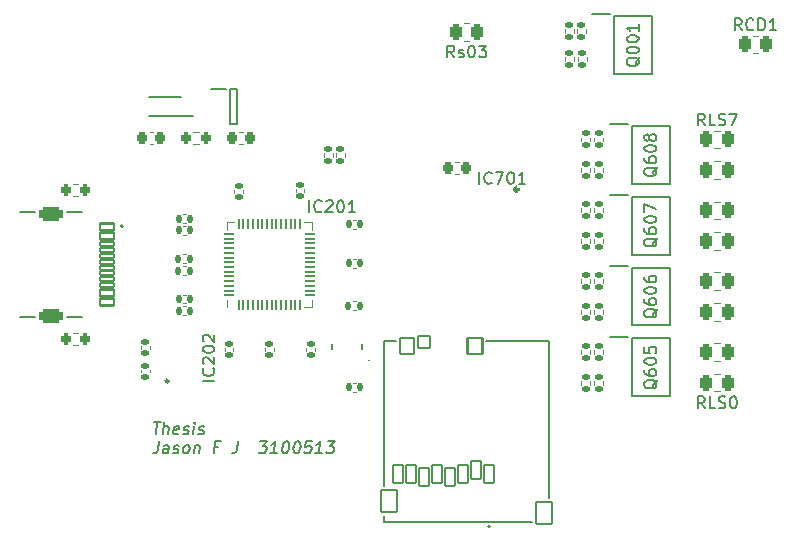
<source format=gto>
%TF.GenerationSoftware,KiCad,Pcbnew,7.0.10*%
%TF.CreationDate,2024-06-27T09:55:28+02:00*%
%TF.ProjectId,SolarCurveTracer,536f6c61-7243-4757-9276-655472616365,v1.1*%
%TF.SameCoordinates,Original*%
%TF.FileFunction,Legend,Top*%
%TF.FilePolarity,Positive*%
%FSLAX46Y46*%
G04 Gerber Fmt 4.6, Leading zero omitted, Abs format (unit mm)*
G04 Created by KiCad (PCBNEW 7.0.10) date 2024-06-27 09:55:28*
%MOMM*%
%LPD*%
G01*
G04 APERTURE LIST*
G04 Aperture macros list*
%AMRoundRect*
0 Rectangle with rounded corners*
0 $1 Rounding radius*
0 $2 $3 $4 $5 $6 $7 $8 $9 X,Y pos of 4 corners*
0 Add a 4 corners polygon primitive as box body*
4,1,4,$2,$3,$4,$5,$6,$7,$8,$9,$2,$3,0*
0 Add four circle primitives for the rounded corners*
1,1,$1+$1,$2,$3*
1,1,$1+$1,$4,$5*
1,1,$1+$1,$6,$7*
1,1,$1+$1,$8,$9*
0 Add four rect primitives between the rounded corners*
20,1,$1+$1,$2,$3,$4,$5,0*
20,1,$1+$1,$4,$5,$6,$7,0*
20,1,$1+$1,$6,$7,$8,$9,0*
20,1,$1+$1,$8,$9,$2,$3,0*%
G04 Aperture macros list end*
%ADD10C,0.150000*%
%ADD11C,0.120000*%
%ADD12C,0.200000*%
%ADD13C,0.250000*%
%ADD14C,0.325000*%
%ADD15C,0.100000*%
%ADD16RoundRect,0.140000X-0.140000X-0.170000X0.140000X-0.170000X0.140000X0.170000X-0.140000X0.170000X0*%
%ADD17RoundRect,0.135000X0.185000X-0.135000X0.185000X0.135000X-0.185000X0.135000X-0.185000X-0.135000X0*%
%ADD18RoundRect,0.250000X-0.262500X-0.450000X0.262500X-0.450000X0.262500X0.450000X-0.262500X0.450000X0*%
%ADD19RoundRect,0.225000X0.225000X0.250000X-0.225000X0.250000X-0.225000X-0.250000X0.225000X-0.250000X0*%
%ADD20RoundRect,0.102000X-0.700000X-0.950000X0.700000X-0.950000X0.700000X0.950000X-0.700000X0.950000X0*%
%ADD21RoundRect,0.102000X-0.600000X-0.700000X0.600000X-0.700000X0.600000X0.700000X-0.600000X0.700000X0*%
%ADD22RoundRect,0.102000X-0.650000X-0.700000X0.650000X-0.700000X0.650000X0.700000X-0.650000X0.700000X0*%
%ADD23RoundRect,0.102000X-0.400000X-0.750000X0.400000X-0.750000X0.400000X0.750000X-0.400000X0.750000X0*%
%ADD24RoundRect,0.102000X-0.500000X-0.520000X0.500000X-0.520000X0.500000X0.520000X-0.500000X0.520000X0*%
%ADD25R,1.050000X0.750000*%
%ADD26R,0.300000X0.900000*%
%ADD27R,1.650000X0.250000*%
%ADD28R,1.525000X0.700000*%
%ADD29C,6.400000*%
%ADD30RoundRect,0.140000X0.170000X-0.140000X0.170000X0.140000X-0.170000X0.140000X-0.170000X-0.140000X0*%
%ADD31RoundRect,0.135000X-0.185000X0.135000X-0.185000X-0.135000X0.185000X-0.135000X0.185000X0.135000X0*%
%ADD32RoundRect,0.140000X-0.170000X0.140000X-0.170000X-0.140000X0.170000X-0.140000X0.170000X0.140000X0*%
%ADD33R,1.200000X0.600000*%
%ADD34RoundRect,0.135000X0.135000X0.185000X-0.135000X0.185000X-0.135000X-0.185000X0.135000X-0.185000X0*%
%ADD35C,0.650000*%
%ADD36RoundRect,0.102000X-0.575000X0.300000X-0.575000X-0.300000X0.575000X-0.300000X0.575000X0.300000X0*%
%ADD37RoundRect,0.102000X-0.575000X0.150000X-0.575000X-0.150000X0.575000X-0.150000X0.575000X0.150000X0*%
%ADD38O,2.304000X1.204000*%
%ADD39RoundRect,0.301000X-0.701000X0.301000X-0.701000X-0.301000X0.701000X-0.301000X0.701000X0.301000X0*%
%ADD40RoundRect,0.140000X0.140000X0.170000X-0.140000X0.170000X-0.140000X-0.170000X0.140000X-0.170000X0*%
%ADD41RoundRect,0.200000X-0.200000X-0.275000X0.200000X-0.275000X0.200000X0.275000X-0.200000X0.275000X0*%
%ADD42R,0.350000X1.050000*%
%ADD43R,1.050000X0.350000*%
%ADD44R,4.200000X4.200000*%
%ADD45R,1.050000X1.300000*%
%ADD46RoundRect,0.050000X0.050000X-0.387500X0.050000X0.387500X-0.050000X0.387500X-0.050000X-0.387500X0*%
%ADD47RoundRect,0.050000X0.387500X-0.050000X0.387500X0.050000X-0.387500X0.050000X-0.387500X-0.050000X0*%
%ADD48R,3.200000X3.200000*%
%ADD49RoundRect,0.135000X-0.135000X-0.185000X0.135000X-0.185000X0.135000X0.185000X-0.135000X0.185000X0*%
%ADD50RoundRect,0.200000X0.200000X0.275000X-0.200000X0.275000X-0.200000X-0.275000X0.200000X-0.275000X0*%
%ADD51R,1.700000X1.700000*%
%ADD52O,1.700000X1.700000*%
%ADD53C,1.803400*%
%ADD54R,1.600000X1.600000*%
%ADD55C,1.600000*%
G04 APERTURE END LIST*
D10*
X120712969Y-115859819D02*
X121284398Y-115859819D01*
X120873684Y-116859819D02*
X120998684Y-115859819D01*
X121492731Y-116859819D02*
X121617731Y-115859819D01*
X121921303Y-116859819D02*
X121986779Y-116336009D01*
X121986779Y-116336009D02*
X121951065Y-116240771D01*
X121951065Y-116240771D02*
X121861779Y-116193152D01*
X121861779Y-116193152D02*
X121718922Y-116193152D01*
X121718922Y-116193152D02*
X121617731Y-116240771D01*
X121617731Y-116240771D02*
X121564160Y-116288390D01*
X122784398Y-116812200D02*
X122683208Y-116859819D01*
X122683208Y-116859819D02*
X122492731Y-116859819D01*
X122492731Y-116859819D02*
X122403446Y-116812200D01*
X122403446Y-116812200D02*
X122367731Y-116716961D01*
X122367731Y-116716961D02*
X122415351Y-116336009D01*
X122415351Y-116336009D02*
X122474874Y-116240771D01*
X122474874Y-116240771D02*
X122576065Y-116193152D01*
X122576065Y-116193152D02*
X122766541Y-116193152D01*
X122766541Y-116193152D02*
X122855827Y-116240771D01*
X122855827Y-116240771D02*
X122891541Y-116336009D01*
X122891541Y-116336009D02*
X122879636Y-116431247D01*
X122879636Y-116431247D02*
X122391541Y-116526485D01*
X123212970Y-116812200D02*
X123302255Y-116859819D01*
X123302255Y-116859819D02*
X123492732Y-116859819D01*
X123492732Y-116859819D02*
X123593922Y-116812200D01*
X123593922Y-116812200D02*
X123653446Y-116716961D01*
X123653446Y-116716961D02*
X123659398Y-116669342D01*
X123659398Y-116669342D02*
X123623684Y-116574104D01*
X123623684Y-116574104D02*
X123534398Y-116526485D01*
X123534398Y-116526485D02*
X123391541Y-116526485D01*
X123391541Y-116526485D02*
X123302255Y-116478866D01*
X123302255Y-116478866D02*
X123266541Y-116383628D01*
X123266541Y-116383628D02*
X123272494Y-116336009D01*
X123272494Y-116336009D02*
X123332017Y-116240771D01*
X123332017Y-116240771D02*
X123433208Y-116193152D01*
X123433208Y-116193152D02*
X123576065Y-116193152D01*
X123576065Y-116193152D02*
X123665351Y-116240771D01*
X124064160Y-116859819D02*
X124147494Y-116193152D01*
X124189160Y-115859819D02*
X124135589Y-115907438D01*
X124135589Y-115907438D02*
X124177256Y-115955057D01*
X124177256Y-115955057D02*
X124230827Y-115907438D01*
X124230827Y-115907438D02*
X124189160Y-115859819D01*
X124189160Y-115859819D02*
X124177256Y-115955057D01*
X124498684Y-116812200D02*
X124587969Y-116859819D01*
X124587969Y-116859819D02*
X124778446Y-116859819D01*
X124778446Y-116859819D02*
X124879636Y-116812200D01*
X124879636Y-116812200D02*
X124939160Y-116716961D01*
X124939160Y-116716961D02*
X124945112Y-116669342D01*
X124945112Y-116669342D02*
X124909398Y-116574104D01*
X124909398Y-116574104D02*
X124820112Y-116526485D01*
X124820112Y-116526485D02*
X124677255Y-116526485D01*
X124677255Y-116526485D02*
X124587969Y-116478866D01*
X124587969Y-116478866D02*
X124552255Y-116383628D01*
X124552255Y-116383628D02*
X124558208Y-116336009D01*
X124558208Y-116336009D02*
X124617731Y-116240771D01*
X124617731Y-116240771D02*
X124718922Y-116193152D01*
X124718922Y-116193152D02*
X124861779Y-116193152D01*
X124861779Y-116193152D02*
X124951065Y-116240771D01*
X121141541Y-117469819D02*
X121052255Y-118184104D01*
X121052255Y-118184104D02*
X120986779Y-118326961D01*
X120986779Y-118326961D02*
X120879636Y-118422200D01*
X120879636Y-118422200D02*
X120730826Y-118469819D01*
X120730826Y-118469819D02*
X120635588Y-118469819D01*
X121921303Y-118469819D02*
X121986779Y-117946009D01*
X121986779Y-117946009D02*
X121951065Y-117850771D01*
X121951065Y-117850771D02*
X121861779Y-117803152D01*
X121861779Y-117803152D02*
X121671303Y-117803152D01*
X121671303Y-117803152D02*
X121570112Y-117850771D01*
X121927255Y-118422200D02*
X121826065Y-118469819D01*
X121826065Y-118469819D02*
X121587969Y-118469819D01*
X121587969Y-118469819D02*
X121498684Y-118422200D01*
X121498684Y-118422200D02*
X121462969Y-118326961D01*
X121462969Y-118326961D02*
X121474874Y-118231723D01*
X121474874Y-118231723D02*
X121534398Y-118136485D01*
X121534398Y-118136485D02*
X121635589Y-118088866D01*
X121635589Y-118088866D02*
X121873684Y-118088866D01*
X121873684Y-118088866D02*
X121974874Y-118041247D01*
X122355827Y-118422200D02*
X122445112Y-118469819D01*
X122445112Y-118469819D02*
X122635589Y-118469819D01*
X122635589Y-118469819D02*
X122736779Y-118422200D01*
X122736779Y-118422200D02*
X122796303Y-118326961D01*
X122796303Y-118326961D02*
X122802255Y-118279342D01*
X122802255Y-118279342D02*
X122766541Y-118184104D01*
X122766541Y-118184104D02*
X122677255Y-118136485D01*
X122677255Y-118136485D02*
X122534398Y-118136485D01*
X122534398Y-118136485D02*
X122445112Y-118088866D01*
X122445112Y-118088866D02*
X122409398Y-117993628D01*
X122409398Y-117993628D02*
X122415351Y-117946009D01*
X122415351Y-117946009D02*
X122474874Y-117850771D01*
X122474874Y-117850771D02*
X122576065Y-117803152D01*
X122576065Y-117803152D02*
X122718922Y-117803152D01*
X122718922Y-117803152D02*
X122808208Y-117850771D01*
X123349875Y-118469819D02*
X123260589Y-118422200D01*
X123260589Y-118422200D02*
X123218922Y-118374580D01*
X123218922Y-118374580D02*
X123183208Y-118279342D01*
X123183208Y-118279342D02*
X123218922Y-117993628D01*
X123218922Y-117993628D02*
X123278446Y-117898390D01*
X123278446Y-117898390D02*
X123332017Y-117850771D01*
X123332017Y-117850771D02*
X123433208Y-117803152D01*
X123433208Y-117803152D02*
X123576065Y-117803152D01*
X123576065Y-117803152D02*
X123665351Y-117850771D01*
X123665351Y-117850771D02*
X123707017Y-117898390D01*
X123707017Y-117898390D02*
X123742732Y-117993628D01*
X123742732Y-117993628D02*
X123707017Y-118279342D01*
X123707017Y-118279342D02*
X123647494Y-118374580D01*
X123647494Y-118374580D02*
X123593922Y-118422200D01*
X123593922Y-118422200D02*
X123492732Y-118469819D01*
X123492732Y-118469819D02*
X123349875Y-118469819D01*
X124195113Y-117803152D02*
X124111779Y-118469819D01*
X124183208Y-117898390D02*
X124236779Y-117850771D01*
X124236779Y-117850771D02*
X124337970Y-117803152D01*
X124337970Y-117803152D02*
X124480827Y-117803152D01*
X124480827Y-117803152D02*
X124570113Y-117850771D01*
X124570113Y-117850771D02*
X124605827Y-117946009D01*
X124605827Y-117946009D02*
X124540351Y-118469819D01*
X126177256Y-117946009D02*
X125843923Y-117946009D01*
X125778446Y-118469819D02*
X125903446Y-117469819D01*
X125903446Y-117469819D02*
X126379637Y-117469819D01*
X127808209Y-117469819D02*
X127718923Y-118184104D01*
X127718923Y-118184104D02*
X127653447Y-118326961D01*
X127653447Y-118326961D02*
X127546304Y-118422200D01*
X127546304Y-118422200D02*
X127397494Y-118469819D01*
X127397494Y-118469819D02*
X127302256Y-118469819D01*
X129712971Y-117469819D02*
X130332019Y-117469819D01*
X130332019Y-117469819D02*
X129951067Y-117850771D01*
X129951067Y-117850771D02*
X130093924Y-117850771D01*
X130093924Y-117850771D02*
X130183209Y-117898390D01*
X130183209Y-117898390D02*
X130224876Y-117946009D01*
X130224876Y-117946009D02*
X130260590Y-118041247D01*
X130260590Y-118041247D02*
X130230828Y-118279342D01*
X130230828Y-118279342D02*
X130171305Y-118374580D01*
X130171305Y-118374580D02*
X130117733Y-118422200D01*
X130117733Y-118422200D02*
X130016543Y-118469819D01*
X130016543Y-118469819D02*
X129730828Y-118469819D01*
X129730828Y-118469819D02*
X129641543Y-118422200D01*
X129641543Y-118422200D02*
X129599876Y-118374580D01*
X131159400Y-118469819D02*
X130587971Y-118469819D01*
X130873686Y-118469819D02*
X130998686Y-117469819D01*
X130998686Y-117469819D02*
X130885590Y-117612676D01*
X130885590Y-117612676D02*
X130778448Y-117707914D01*
X130778448Y-117707914D02*
X130677257Y-117755533D01*
X131903448Y-117469819D02*
X131998686Y-117469819D01*
X131998686Y-117469819D02*
X132087971Y-117517438D01*
X132087971Y-117517438D02*
X132129638Y-117565057D01*
X132129638Y-117565057D02*
X132165352Y-117660295D01*
X132165352Y-117660295D02*
X132189162Y-117850771D01*
X132189162Y-117850771D02*
X132159400Y-118088866D01*
X132159400Y-118088866D02*
X132087971Y-118279342D01*
X132087971Y-118279342D02*
X132028448Y-118374580D01*
X132028448Y-118374580D02*
X131974876Y-118422200D01*
X131974876Y-118422200D02*
X131873686Y-118469819D01*
X131873686Y-118469819D02*
X131778448Y-118469819D01*
X131778448Y-118469819D02*
X131689162Y-118422200D01*
X131689162Y-118422200D02*
X131647495Y-118374580D01*
X131647495Y-118374580D02*
X131611781Y-118279342D01*
X131611781Y-118279342D02*
X131587971Y-118088866D01*
X131587971Y-118088866D02*
X131617733Y-117850771D01*
X131617733Y-117850771D02*
X131689162Y-117660295D01*
X131689162Y-117660295D02*
X131748686Y-117565057D01*
X131748686Y-117565057D02*
X131802257Y-117517438D01*
X131802257Y-117517438D02*
X131903448Y-117469819D01*
X132855829Y-117469819D02*
X132951067Y-117469819D01*
X132951067Y-117469819D02*
X133040352Y-117517438D01*
X133040352Y-117517438D02*
X133082019Y-117565057D01*
X133082019Y-117565057D02*
X133117733Y-117660295D01*
X133117733Y-117660295D02*
X133141543Y-117850771D01*
X133141543Y-117850771D02*
X133111781Y-118088866D01*
X133111781Y-118088866D02*
X133040352Y-118279342D01*
X133040352Y-118279342D02*
X132980829Y-118374580D01*
X132980829Y-118374580D02*
X132927257Y-118422200D01*
X132927257Y-118422200D02*
X132826067Y-118469819D01*
X132826067Y-118469819D02*
X132730829Y-118469819D01*
X132730829Y-118469819D02*
X132641543Y-118422200D01*
X132641543Y-118422200D02*
X132599876Y-118374580D01*
X132599876Y-118374580D02*
X132564162Y-118279342D01*
X132564162Y-118279342D02*
X132540352Y-118088866D01*
X132540352Y-118088866D02*
X132570114Y-117850771D01*
X132570114Y-117850771D02*
X132641543Y-117660295D01*
X132641543Y-117660295D02*
X132701067Y-117565057D01*
X132701067Y-117565057D02*
X132754638Y-117517438D01*
X132754638Y-117517438D02*
X132855829Y-117469819D01*
X134093924Y-117469819D02*
X133617733Y-117469819D01*
X133617733Y-117469819D02*
X133510591Y-117946009D01*
X133510591Y-117946009D02*
X133564162Y-117898390D01*
X133564162Y-117898390D02*
X133665352Y-117850771D01*
X133665352Y-117850771D02*
X133903448Y-117850771D01*
X133903448Y-117850771D02*
X133992733Y-117898390D01*
X133992733Y-117898390D02*
X134034400Y-117946009D01*
X134034400Y-117946009D02*
X134070114Y-118041247D01*
X134070114Y-118041247D02*
X134040352Y-118279342D01*
X134040352Y-118279342D02*
X133980829Y-118374580D01*
X133980829Y-118374580D02*
X133927257Y-118422200D01*
X133927257Y-118422200D02*
X133826067Y-118469819D01*
X133826067Y-118469819D02*
X133587971Y-118469819D01*
X133587971Y-118469819D02*
X133498686Y-118422200D01*
X133498686Y-118422200D02*
X133457019Y-118374580D01*
X134968924Y-118469819D02*
X134397495Y-118469819D01*
X134683210Y-118469819D02*
X134808210Y-117469819D01*
X134808210Y-117469819D02*
X134695114Y-117612676D01*
X134695114Y-117612676D02*
X134587972Y-117707914D01*
X134587972Y-117707914D02*
X134486781Y-117755533D01*
X135427257Y-117469819D02*
X136046305Y-117469819D01*
X136046305Y-117469819D02*
X135665353Y-117850771D01*
X135665353Y-117850771D02*
X135808210Y-117850771D01*
X135808210Y-117850771D02*
X135897495Y-117898390D01*
X135897495Y-117898390D02*
X135939162Y-117946009D01*
X135939162Y-117946009D02*
X135974876Y-118041247D01*
X135974876Y-118041247D02*
X135945114Y-118279342D01*
X135945114Y-118279342D02*
X135885591Y-118374580D01*
X135885591Y-118374580D02*
X135832019Y-118422200D01*
X135832019Y-118422200D02*
X135730829Y-118469819D01*
X135730829Y-118469819D02*
X135445114Y-118469819D01*
X135445114Y-118469819D02*
X135355829Y-118422200D01*
X135355829Y-118422200D02*
X135314162Y-118374580D01*
X146152380Y-84954819D02*
X145819047Y-84478628D01*
X145580952Y-84954819D02*
X145580952Y-83954819D01*
X145580952Y-83954819D02*
X145961904Y-83954819D01*
X145961904Y-83954819D02*
X146057142Y-84002438D01*
X146057142Y-84002438D02*
X146104761Y-84050057D01*
X146104761Y-84050057D02*
X146152380Y-84145295D01*
X146152380Y-84145295D02*
X146152380Y-84288152D01*
X146152380Y-84288152D02*
X146104761Y-84383390D01*
X146104761Y-84383390D02*
X146057142Y-84431009D01*
X146057142Y-84431009D02*
X145961904Y-84478628D01*
X145961904Y-84478628D02*
X145580952Y-84478628D01*
X146533333Y-84907200D02*
X146628571Y-84954819D01*
X146628571Y-84954819D02*
X146819047Y-84954819D01*
X146819047Y-84954819D02*
X146914285Y-84907200D01*
X146914285Y-84907200D02*
X146961904Y-84811961D01*
X146961904Y-84811961D02*
X146961904Y-84764342D01*
X146961904Y-84764342D02*
X146914285Y-84669104D01*
X146914285Y-84669104D02*
X146819047Y-84621485D01*
X146819047Y-84621485D02*
X146676190Y-84621485D01*
X146676190Y-84621485D02*
X146580952Y-84573866D01*
X146580952Y-84573866D02*
X146533333Y-84478628D01*
X146533333Y-84478628D02*
X146533333Y-84431009D01*
X146533333Y-84431009D02*
X146580952Y-84335771D01*
X146580952Y-84335771D02*
X146676190Y-84288152D01*
X146676190Y-84288152D02*
X146819047Y-84288152D01*
X146819047Y-84288152D02*
X146914285Y-84335771D01*
X147580952Y-83954819D02*
X147676190Y-83954819D01*
X147676190Y-83954819D02*
X147771428Y-84002438D01*
X147771428Y-84002438D02*
X147819047Y-84050057D01*
X147819047Y-84050057D02*
X147866666Y-84145295D01*
X147866666Y-84145295D02*
X147914285Y-84335771D01*
X147914285Y-84335771D02*
X147914285Y-84573866D01*
X147914285Y-84573866D02*
X147866666Y-84764342D01*
X147866666Y-84764342D02*
X147819047Y-84859580D01*
X147819047Y-84859580D02*
X147771428Y-84907200D01*
X147771428Y-84907200D02*
X147676190Y-84954819D01*
X147676190Y-84954819D02*
X147580952Y-84954819D01*
X147580952Y-84954819D02*
X147485714Y-84907200D01*
X147485714Y-84907200D02*
X147438095Y-84859580D01*
X147438095Y-84859580D02*
X147390476Y-84764342D01*
X147390476Y-84764342D02*
X147342857Y-84573866D01*
X147342857Y-84573866D02*
X147342857Y-84335771D01*
X147342857Y-84335771D02*
X147390476Y-84145295D01*
X147390476Y-84145295D02*
X147438095Y-84050057D01*
X147438095Y-84050057D02*
X147485714Y-84002438D01*
X147485714Y-84002438D02*
X147580952Y-83954819D01*
X148247619Y-83954819D02*
X148866666Y-83954819D01*
X148866666Y-83954819D02*
X148533333Y-84335771D01*
X148533333Y-84335771D02*
X148676190Y-84335771D01*
X148676190Y-84335771D02*
X148771428Y-84383390D01*
X148771428Y-84383390D02*
X148819047Y-84431009D01*
X148819047Y-84431009D02*
X148866666Y-84526247D01*
X148866666Y-84526247D02*
X148866666Y-84764342D01*
X148866666Y-84764342D02*
X148819047Y-84859580D01*
X148819047Y-84859580D02*
X148771428Y-84907200D01*
X148771428Y-84907200D02*
X148676190Y-84954819D01*
X148676190Y-84954819D02*
X148390476Y-84954819D01*
X148390476Y-84954819D02*
X148295238Y-84907200D01*
X148295238Y-84907200D02*
X148247619Y-84859580D01*
X125854819Y-112328570D02*
X124854819Y-112328570D01*
X125759580Y-111280952D02*
X125807200Y-111328571D01*
X125807200Y-111328571D02*
X125854819Y-111471428D01*
X125854819Y-111471428D02*
X125854819Y-111566666D01*
X125854819Y-111566666D02*
X125807200Y-111709523D01*
X125807200Y-111709523D02*
X125711961Y-111804761D01*
X125711961Y-111804761D02*
X125616723Y-111852380D01*
X125616723Y-111852380D02*
X125426247Y-111899999D01*
X125426247Y-111899999D02*
X125283390Y-111899999D01*
X125283390Y-111899999D02*
X125092914Y-111852380D01*
X125092914Y-111852380D02*
X124997676Y-111804761D01*
X124997676Y-111804761D02*
X124902438Y-111709523D01*
X124902438Y-111709523D02*
X124854819Y-111566666D01*
X124854819Y-111566666D02*
X124854819Y-111471428D01*
X124854819Y-111471428D02*
X124902438Y-111328571D01*
X124902438Y-111328571D02*
X124950057Y-111280952D01*
X124950057Y-110899999D02*
X124902438Y-110852380D01*
X124902438Y-110852380D02*
X124854819Y-110757142D01*
X124854819Y-110757142D02*
X124854819Y-110519047D01*
X124854819Y-110519047D02*
X124902438Y-110423809D01*
X124902438Y-110423809D02*
X124950057Y-110376190D01*
X124950057Y-110376190D02*
X125045295Y-110328571D01*
X125045295Y-110328571D02*
X125140533Y-110328571D01*
X125140533Y-110328571D02*
X125283390Y-110376190D01*
X125283390Y-110376190D02*
X125854819Y-110947618D01*
X125854819Y-110947618D02*
X125854819Y-110328571D01*
X124854819Y-109709523D02*
X124854819Y-109614285D01*
X124854819Y-109614285D02*
X124902438Y-109519047D01*
X124902438Y-109519047D02*
X124950057Y-109471428D01*
X124950057Y-109471428D02*
X125045295Y-109423809D01*
X125045295Y-109423809D02*
X125235771Y-109376190D01*
X125235771Y-109376190D02*
X125473866Y-109376190D01*
X125473866Y-109376190D02*
X125664342Y-109423809D01*
X125664342Y-109423809D02*
X125759580Y-109471428D01*
X125759580Y-109471428D02*
X125807200Y-109519047D01*
X125807200Y-109519047D02*
X125854819Y-109614285D01*
X125854819Y-109614285D02*
X125854819Y-109709523D01*
X125854819Y-109709523D02*
X125807200Y-109804761D01*
X125807200Y-109804761D02*
X125759580Y-109852380D01*
X125759580Y-109852380D02*
X125664342Y-109899999D01*
X125664342Y-109899999D02*
X125473866Y-109947618D01*
X125473866Y-109947618D02*
X125235771Y-109947618D01*
X125235771Y-109947618D02*
X125045295Y-109899999D01*
X125045295Y-109899999D02*
X124950057Y-109852380D01*
X124950057Y-109852380D02*
X124902438Y-109804761D01*
X124902438Y-109804761D02*
X124854819Y-109709523D01*
X124950057Y-108995237D02*
X124902438Y-108947618D01*
X124902438Y-108947618D02*
X124854819Y-108852380D01*
X124854819Y-108852380D02*
X124854819Y-108614285D01*
X124854819Y-108614285D02*
X124902438Y-108519047D01*
X124902438Y-108519047D02*
X124950057Y-108471428D01*
X124950057Y-108471428D02*
X125045295Y-108423809D01*
X125045295Y-108423809D02*
X125140533Y-108423809D01*
X125140533Y-108423809D02*
X125283390Y-108471428D01*
X125283390Y-108471428D02*
X125854819Y-109042856D01*
X125854819Y-109042856D02*
X125854819Y-108423809D01*
X163350057Y-100247619D02*
X163302438Y-100342857D01*
X163302438Y-100342857D02*
X163207200Y-100438095D01*
X163207200Y-100438095D02*
X163064342Y-100580952D01*
X163064342Y-100580952D02*
X163016723Y-100676190D01*
X163016723Y-100676190D02*
X163016723Y-100771428D01*
X163254819Y-100723809D02*
X163207200Y-100819047D01*
X163207200Y-100819047D02*
X163111961Y-100914285D01*
X163111961Y-100914285D02*
X162921485Y-100961904D01*
X162921485Y-100961904D02*
X162588152Y-100961904D01*
X162588152Y-100961904D02*
X162397676Y-100914285D01*
X162397676Y-100914285D02*
X162302438Y-100819047D01*
X162302438Y-100819047D02*
X162254819Y-100723809D01*
X162254819Y-100723809D02*
X162254819Y-100533333D01*
X162254819Y-100533333D02*
X162302438Y-100438095D01*
X162302438Y-100438095D02*
X162397676Y-100342857D01*
X162397676Y-100342857D02*
X162588152Y-100295238D01*
X162588152Y-100295238D02*
X162921485Y-100295238D01*
X162921485Y-100295238D02*
X163111961Y-100342857D01*
X163111961Y-100342857D02*
X163207200Y-100438095D01*
X163207200Y-100438095D02*
X163254819Y-100533333D01*
X163254819Y-100533333D02*
X163254819Y-100723809D01*
X162254819Y-99438095D02*
X162254819Y-99628571D01*
X162254819Y-99628571D02*
X162302438Y-99723809D01*
X162302438Y-99723809D02*
X162350057Y-99771428D01*
X162350057Y-99771428D02*
X162492914Y-99866666D01*
X162492914Y-99866666D02*
X162683390Y-99914285D01*
X162683390Y-99914285D02*
X163064342Y-99914285D01*
X163064342Y-99914285D02*
X163159580Y-99866666D01*
X163159580Y-99866666D02*
X163207200Y-99819047D01*
X163207200Y-99819047D02*
X163254819Y-99723809D01*
X163254819Y-99723809D02*
X163254819Y-99533333D01*
X163254819Y-99533333D02*
X163207200Y-99438095D01*
X163207200Y-99438095D02*
X163159580Y-99390476D01*
X163159580Y-99390476D02*
X163064342Y-99342857D01*
X163064342Y-99342857D02*
X162826247Y-99342857D01*
X162826247Y-99342857D02*
X162731009Y-99390476D01*
X162731009Y-99390476D02*
X162683390Y-99438095D01*
X162683390Y-99438095D02*
X162635771Y-99533333D01*
X162635771Y-99533333D02*
X162635771Y-99723809D01*
X162635771Y-99723809D02*
X162683390Y-99819047D01*
X162683390Y-99819047D02*
X162731009Y-99866666D01*
X162731009Y-99866666D02*
X162826247Y-99914285D01*
X162254819Y-98723809D02*
X162254819Y-98628571D01*
X162254819Y-98628571D02*
X162302438Y-98533333D01*
X162302438Y-98533333D02*
X162350057Y-98485714D01*
X162350057Y-98485714D02*
X162445295Y-98438095D01*
X162445295Y-98438095D02*
X162635771Y-98390476D01*
X162635771Y-98390476D02*
X162873866Y-98390476D01*
X162873866Y-98390476D02*
X163064342Y-98438095D01*
X163064342Y-98438095D02*
X163159580Y-98485714D01*
X163159580Y-98485714D02*
X163207200Y-98533333D01*
X163207200Y-98533333D02*
X163254819Y-98628571D01*
X163254819Y-98628571D02*
X163254819Y-98723809D01*
X163254819Y-98723809D02*
X163207200Y-98819047D01*
X163207200Y-98819047D02*
X163159580Y-98866666D01*
X163159580Y-98866666D02*
X163064342Y-98914285D01*
X163064342Y-98914285D02*
X162873866Y-98961904D01*
X162873866Y-98961904D02*
X162635771Y-98961904D01*
X162635771Y-98961904D02*
X162445295Y-98914285D01*
X162445295Y-98914285D02*
X162350057Y-98866666D01*
X162350057Y-98866666D02*
X162302438Y-98819047D01*
X162302438Y-98819047D02*
X162254819Y-98723809D01*
X162254819Y-98057142D02*
X162254819Y-97390476D01*
X162254819Y-97390476D02*
X163254819Y-97819047D01*
X167352380Y-114654819D02*
X167019047Y-114178628D01*
X166780952Y-114654819D02*
X166780952Y-113654819D01*
X166780952Y-113654819D02*
X167161904Y-113654819D01*
X167161904Y-113654819D02*
X167257142Y-113702438D01*
X167257142Y-113702438D02*
X167304761Y-113750057D01*
X167304761Y-113750057D02*
X167352380Y-113845295D01*
X167352380Y-113845295D02*
X167352380Y-113988152D01*
X167352380Y-113988152D02*
X167304761Y-114083390D01*
X167304761Y-114083390D02*
X167257142Y-114131009D01*
X167257142Y-114131009D02*
X167161904Y-114178628D01*
X167161904Y-114178628D02*
X166780952Y-114178628D01*
X168257142Y-114654819D02*
X167780952Y-114654819D01*
X167780952Y-114654819D02*
X167780952Y-113654819D01*
X168542857Y-114607200D02*
X168685714Y-114654819D01*
X168685714Y-114654819D02*
X168923809Y-114654819D01*
X168923809Y-114654819D02*
X169019047Y-114607200D01*
X169019047Y-114607200D02*
X169066666Y-114559580D01*
X169066666Y-114559580D02*
X169114285Y-114464342D01*
X169114285Y-114464342D02*
X169114285Y-114369104D01*
X169114285Y-114369104D02*
X169066666Y-114273866D01*
X169066666Y-114273866D02*
X169019047Y-114226247D01*
X169019047Y-114226247D02*
X168923809Y-114178628D01*
X168923809Y-114178628D02*
X168733333Y-114131009D01*
X168733333Y-114131009D02*
X168638095Y-114083390D01*
X168638095Y-114083390D02*
X168590476Y-114035771D01*
X168590476Y-114035771D02*
X168542857Y-113940533D01*
X168542857Y-113940533D02*
X168542857Y-113845295D01*
X168542857Y-113845295D02*
X168590476Y-113750057D01*
X168590476Y-113750057D02*
X168638095Y-113702438D01*
X168638095Y-113702438D02*
X168733333Y-113654819D01*
X168733333Y-113654819D02*
X168971428Y-113654819D01*
X168971428Y-113654819D02*
X169114285Y-113702438D01*
X169733333Y-113654819D02*
X169828571Y-113654819D01*
X169828571Y-113654819D02*
X169923809Y-113702438D01*
X169923809Y-113702438D02*
X169971428Y-113750057D01*
X169971428Y-113750057D02*
X170019047Y-113845295D01*
X170019047Y-113845295D02*
X170066666Y-114035771D01*
X170066666Y-114035771D02*
X170066666Y-114273866D01*
X170066666Y-114273866D02*
X170019047Y-114464342D01*
X170019047Y-114464342D02*
X169971428Y-114559580D01*
X169971428Y-114559580D02*
X169923809Y-114607200D01*
X169923809Y-114607200D02*
X169828571Y-114654819D01*
X169828571Y-114654819D02*
X169733333Y-114654819D01*
X169733333Y-114654819D02*
X169638095Y-114607200D01*
X169638095Y-114607200D02*
X169590476Y-114559580D01*
X169590476Y-114559580D02*
X169542857Y-114464342D01*
X169542857Y-114464342D02*
X169495238Y-114273866D01*
X169495238Y-114273866D02*
X169495238Y-114035771D01*
X169495238Y-114035771D02*
X169542857Y-113845295D01*
X169542857Y-113845295D02*
X169590476Y-113750057D01*
X169590476Y-113750057D02*
X169638095Y-113702438D01*
X169638095Y-113702438D02*
X169733333Y-113654819D01*
X163350057Y-94247619D02*
X163302438Y-94342857D01*
X163302438Y-94342857D02*
X163207200Y-94438095D01*
X163207200Y-94438095D02*
X163064342Y-94580952D01*
X163064342Y-94580952D02*
X163016723Y-94676190D01*
X163016723Y-94676190D02*
X163016723Y-94771428D01*
X163254819Y-94723809D02*
X163207200Y-94819047D01*
X163207200Y-94819047D02*
X163111961Y-94914285D01*
X163111961Y-94914285D02*
X162921485Y-94961904D01*
X162921485Y-94961904D02*
X162588152Y-94961904D01*
X162588152Y-94961904D02*
X162397676Y-94914285D01*
X162397676Y-94914285D02*
X162302438Y-94819047D01*
X162302438Y-94819047D02*
X162254819Y-94723809D01*
X162254819Y-94723809D02*
X162254819Y-94533333D01*
X162254819Y-94533333D02*
X162302438Y-94438095D01*
X162302438Y-94438095D02*
X162397676Y-94342857D01*
X162397676Y-94342857D02*
X162588152Y-94295238D01*
X162588152Y-94295238D02*
X162921485Y-94295238D01*
X162921485Y-94295238D02*
X163111961Y-94342857D01*
X163111961Y-94342857D02*
X163207200Y-94438095D01*
X163207200Y-94438095D02*
X163254819Y-94533333D01*
X163254819Y-94533333D02*
X163254819Y-94723809D01*
X162254819Y-93438095D02*
X162254819Y-93628571D01*
X162254819Y-93628571D02*
X162302438Y-93723809D01*
X162302438Y-93723809D02*
X162350057Y-93771428D01*
X162350057Y-93771428D02*
X162492914Y-93866666D01*
X162492914Y-93866666D02*
X162683390Y-93914285D01*
X162683390Y-93914285D02*
X163064342Y-93914285D01*
X163064342Y-93914285D02*
X163159580Y-93866666D01*
X163159580Y-93866666D02*
X163207200Y-93819047D01*
X163207200Y-93819047D02*
X163254819Y-93723809D01*
X163254819Y-93723809D02*
X163254819Y-93533333D01*
X163254819Y-93533333D02*
X163207200Y-93438095D01*
X163207200Y-93438095D02*
X163159580Y-93390476D01*
X163159580Y-93390476D02*
X163064342Y-93342857D01*
X163064342Y-93342857D02*
X162826247Y-93342857D01*
X162826247Y-93342857D02*
X162731009Y-93390476D01*
X162731009Y-93390476D02*
X162683390Y-93438095D01*
X162683390Y-93438095D02*
X162635771Y-93533333D01*
X162635771Y-93533333D02*
X162635771Y-93723809D01*
X162635771Y-93723809D02*
X162683390Y-93819047D01*
X162683390Y-93819047D02*
X162731009Y-93866666D01*
X162731009Y-93866666D02*
X162826247Y-93914285D01*
X162254819Y-92723809D02*
X162254819Y-92628571D01*
X162254819Y-92628571D02*
X162302438Y-92533333D01*
X162302438Y-92533333D02*
X162350057Y-92485714D01*
X162350057Y-92485714D02*
X162445295Y-92438095D01*
X162445295Y-92438095D02*
X162635771Y-92390476D01*
X162635771Y-92390476D02*
X162873866Y-92390476D01*
X162873866Y-92390476D02*
X163064342Y-92438095D01*
X163064342Y-92438095D02*
X163159580Y-92485714D01*
X163159580Y-92485714D02*
X163207200Y-92533333D01*
X163207200Y-92533333D02*
X163254819Y-92628571D01*
X163254819Y-92628571D02*
X163254819Y-92723809D01*
X163254819Y-92723809D02*
X163207200Y-92819047D01*
X163207200Y-92819047D02*
X163159580Y-92866666D01*
X163159580Y-92866666D02*
X163064342Y-92914285D01*
X163064342Y-92914285D02*
X162873866Y-92961904D01*
X162873866Y-92961904D02*
X162635771Y-92961904D01*
X162635771Y-92961904D02*
X162445295Y-92914285D01*
X162445295Y-92914285D02*
X162350057Y-92866666D01*
X162350057Y-92866666D02*
X162302438Y-92819047D01*
X162302438Y-92819047D02*
X162254819Y-92723809D01*
X162683390Y-91819047D02*
X162635771Y-91914285D01*
X162635771Y-91914285D02*
X162588152Y-91961904D01*
X162588152Y-91961904D02*
X162492914Y-92009523D01*
X162492914Y-92009523D02*
X162445295Y-92009523D01*
X162445295Y-92009523D02*
X162350057Y-91961904D01*
X162350057Y-91961904D02*
X162302438Y-91914285D01*
X162302438Y-91914285D02*
X162254819Y-91819047D01*
X162254819Y-91819047D02*
X162254819Y-91628571D01*
X162254819Y-91628571D02*
X162302438Y-91533333D01*
X162302438Y-91533333D02*
X162350057Y-91485714D01*
X162350057Y-91485714D02*
X162445295Y-91438095D01*
X162445295Y-91438095D02*
X162492914Y-91438095D01*
X162492914Y-91438095D02*
X162588152Y-91485714D01*
X162588152Y-91485714D02*
X162635771Y-91533333D01*
X162635771Y-91533333D02*
X162683390Y-91628571D01*
X162683390Y-91628571D02*
X162683390Y-91819047D01*
X162683390Y-91819047D02*
X162731009Y-91914285D01*
X162731009Y-91914285D02*
X162778628Y-91961904D01*
X162778628Y-91961904D02*
X162873866Y-92009523D01*
X162873866Y-92009523D02*
X163064342Y-92009523D01*
X163064342Y-92009523D02*
X163159580Y-91961904D01*
X163159580Y-91961904D02*
X163207200Y-91914285D01*
X163207200Y-91914285D02*
X163254819Y-91819047D01*
X163254819Y-91819047D02*
X163254819Y-91628571D01*
X163254819Y-91628571D02*
X163207200Y-91533333D01*
X163207200Y-91533333D02*
X163159580Y-91485714D01*
X163159580Y-91485714D02*
X163064342Y-91438095D01*
X163064342Y-91438095D02*
X162873866Y-91438095D01*
X162873866Y-91438095D02*
X162778628Y-91485714D01*
X162778628Y-91485714D02*
X162731009Y-91533333D01*
X162731009Y-91533333D02*
X162683390Y-91628571D01*
X170483333Y-82654819D02*
X170150000Y-82178628D01*
X169911905Y-82654819D02*
X169911905Y-81654819D01*
X169911905Y-81654819D02*
X170292857Y-81654819D01*
X170292857Y-81654819D02*
X170388095Y-81702438D01*
X170388095Y-81702438D02*
X170435714Y-81750057D01*
X170435714Y-81750057D02*
X170483333Y-81845295D01*
X170483333Y-81845295D02*
X170483333Y-81988152D01*
X170483333Y-81988152D02*
X170435714Y-82083390D01*
X170435714Y-82083390D02*
X170388095Y-82131009D01*
X170388095Y-82131009D02*
X170292857Y-82178628D01*
X170292857Y-82178628D02*
X169911905Y-82178628D01*
X171483333Y-82559580D02*
X171435714Y-82607200D01*
X171435714Y-82607200D02*
X171292857Y-82654819D01*
X171292857Y-82654819D02*
X171197619Y-82654819D01*
X171197619Y-82654819D02*
X171054762Y-82607200D01*
X171054762Y-82607200D02*
X170959524Y-82511961D01*
X170959524Y-82511961D02*
X170911905Y-82416723D01*
X170911905Y-82416723D02*
X170864286Y-82226247D01*
X170864286Y-82226247D02*
X170864286Y-82083390D01*
X170864286Y-82083390D02*
X170911905Y-81892914D01*
X170911905Y-81892914D02*
X170959524Y-81797676D01*
X170959524Y-81797676D02*
X171054762Y-81702438D01*
X171054762Y-81702438D02*
X171197619Y-81654819D01*
X171197619Y-81654819D02*
X171292857Y-81654819D01*
X171292857Y-81654819D02*
X171435714Y-81702438D01*
X171435714Y-81702438D02*
X171483333Y-81750057D01*
X171911905Y-82654819D02*
X171911905Y-81654819D01*
X171911905Y-81654819D02*
X172150000Y-81654819D01*
X172150000Y-81654819D02*
X172292857Y-81702438D01*
X172292857Y-81702438D02*
X172388095Y-81797676D01*
X172388095Y-81797676D02*
X172435714Y-81892914D01*
X172435714Y-81892914D02*
X172483333Y-82083390D01*
X172483333Y-82083390D02*
X172483333Y-82226247D01*
X172483333Y-82226247D02*
X172435714Y-82416723D01*
X172435714Y-82416723D02*
X172388095Y-82511961D01*
X172388095Y-82511961D02*
X172292857Y-82607200D01*
X172292857Y-82607200D02*
X172150000Y-82654819D01*
X172150000Y-82654819D02*
X171911905Y-82654819D01*
X173435714Y-82654819D02*
X172864286Y-82654819D01*
X173150000Y-82654819D02*
X173150000Y-81654819D01*
X173150000Y-81654819D02*
X173054762Y-81797676D01*
X173054762Y-81797676D02*
X172959524Y-81892914D01*
X172959524Y-81892914D02*
X172864286Y-81940533D01*
X163350057Y-106247619D02*
X163302438Y-106342857D01*
X163302438Y-106342857D02*
X163207200Y-106438095D01*
X163207200Y-106438095D02*
X163064342Y-106580952D01*
X163064342Y-106580952D02*
X163016723Y-106676190D01*
X163016723Y-106676190D02*
X163016723Y-106771428D01*
X163254819Y-106723809D02*
X163207200Y-106819047D01*
X163207200Y-106819047D02*
X163111961Y-106914285D01*
X163111961Y-106914285D02*
X162921485Y-106961904D01*
X162921485Y-106961904D02*
X162588152Y-106961904D01*
X162588152Y-106961904D02*
X162397676Y-106914285D01*
X162397676Y-106914285D02*
X162302438Y-106819047D01*
X162302438Y-106819047D02*
X162254819Y-106723809D01*
X162254819Y-106723809D02*
X162254819Y-106533333D01*
X162254819Y-106533333D02*
X162302438Y-106438095D01*
X162302438Y-106438095D02*
X162397676Y-106342857D01*
X162397676Y-106342857D02*
X162588152Y-106295238D01*
X162588152Y-106295238D02*
X162921485Y-106295238D01*
X162921485Y-106295238D02*
X163111961Y-106342857D01*
X163111961Y-106342857D02*
X163207200Y-106438095D01*
X163207200Y-106438095D02*
X163254819Y-106533333D01*
X163254819Y-106533333D02*
X163254819Y-106723809D01*
X162254819Y-105438095D02*
X162254819Y-105628571D01*
X162254819Y-105628571D02*
X162302438Y-105723809D01*
X162302438Y-105723809D02*
X162350057Y-105771428D01*
X162350057Y-105771428D02*
X162492914Y-105866666D01*
X162492914Y-105866666D02*
X162683390Y-105914285D01*
X162683390Y-105914285D02*
X163064342Y-105914285D01*
X163064342Y-105914285D02*
X163159580Y-105866666D01*
X163159580Y-105866666D02*
X163207200Y-105819047D01*
X163207200Y-105819047D02*
X163254819Y-105723809D01*
X163254819Y-105723809D02*
X163254819Y-105533333D01*
X163254819Y-105533333D02*
X163207200Y-105438095D01*
X163207200Y-105438095D02*
X163159580Y-105390476D01*
X163159580Y-105390476D02*
X163064342Y-105342857D01*
X163064342Y-105342857D02*
X162826247Y-105342857D01*
X162826247Y-105342857D02*
X162731009Y-105390476D01*
X162731009Y-105390476D02*
X162683390Y-105438095D01*
X162683390Y-105438095D02*
X162635771Y-105533333D01*
X162635771Y-105533333D02*
X162635771Y-105723809D01*
X162635771Y-105723809D02*
X162683390Y-105819047D01*
X162683390Y-105819047D02*
X162731009Y-105866666D01*
X162731009Y-105866666D02*
X162826247Y-105914285D01*
X162254819Y-104723809D02*
X162254819Y-104628571D01*
X162254819Y-104628571D02*
X162302438Y-104533333D01*
X162302438Y-104533333D02*
X162350057Y-104485714D01*
X162350057Y-104485714D02*
X162445295Y-104438095D01*
X162445295Y-104438095D02*
X162635771Y-104390476D01*
X162635771Y-104390476D02*
X162873866Y-104390476D01*
X162873866Y-104390476D02*
X163064342Y-104438095D01*
X163064342Y-104438095D02*
X163159580Y-104485714D01*
X163159580Y-104485714D02*
X163207200Y-104533333D01*
X163207200Y-104533333D02*
X163254819Y-104628571D01*
X163254819Y-104628571D02*
X163254819Y-104723809D01*
X163254819Y-104723809D02*
X163207200Y-104819047D01*
X163207200Y-104819047D02*
X163159580Y-104866666D01*
X163159580Y-104866666D02*
X163064342Y-104914285D01*
X163064342Y-104914285D02*
X162873866Y-104961904D01*
X162873866Y-104961904D02*
X162635771Y-104961904D01*
X162635771Y-104961904D02*
X162445295Y-104914285D01*
X162445295Y-104914285D02*
X162350057Y-104866666D01*
X162350057Y-104866666D02*
X162302438Y-104819047D01*
X162302438Y-104819047D02*
X162254819Y-104723809D01*
X162254819Y-103533333D02*
X162254819Y-103723809D01*
X162254819Y-103723809D02*
X162302438Y-103819047D01*
X162302438Y-103819047D02*
X162350057Y-103866666D01*
X162350057Y-103866666D02*
X162492914Y-103961904D01*
X162492914Y-103961904D02*
X162683390Y-104009523D01*
X162683390Y-104009523D02*
X163064342Y-104009523D01*
X163064342Y-104009523D02*
X163159580Y-103961904D01*
X163159580Y-103961904D02*
X163207200Y-103914285D01*
X163207200Y-103914285D02*
X163254819Y-103819047D01*
X163254819Y-103819047D02*
X163254819Y-103628571D01*
X163254819Y-103628571D02*
X163207200Y-103533333D01*
X163207200Y-103533333D02*
X163159580Y-103485714D01*
X163159580Y-103485714D02*
X163064342Y-103438095D01*
X163064342Y-103438095D02*
X162826247Y-103438095D01*
X162826247Y-103438095D02*
X162731009Y-103485714D01*
X162731009Y-103485714D02*
X162683390Y-103533333D01*
X162683390Y-103533333D02*
X162635771Y-103628571D01*
X162635771Y-103628571D02*
X162635771Y-103819047D01*
X162635771Y-103819047D02*
X162683390Y-103914285D01*
X162683390Y-103914285D02*
X162731009Y-103961904D01*
X162731009Y-103961904D02*
X162826247Y-104009523D01*
X167352380Y-90704819D02*
X167019047Y-90228628D01*
X166780952Y-90704819D02*
X166780952Y-89704819D01*
X166780952Y-89704819D02*
X167161904Y-89704819D01*
X167161904Y-89704819D02*
X167257142Y-89752438D01*
X167257142Y-89752438D02*
X167304761Y-89800057D01*
X167304761Y-89800057D02*
X167352380Y-89895295D01*
X167352380Y-89895295D02*
X167352380Y-90038152D01*
X167352380Y-90038152D02*
X167304761Y-90133390D01*
X167304761Y-90133390D02*
X167257142Y-90181009D01*
X167257142Y-90181009D02*
X167161904Y-90228628D01*
X167161904Y-90228628D02*
X166780952Y-90228628D01*
X168257142Y-90704819D02*
X167780952Y-90704819D01*
X167780952Y-90704819D02*
X167780952Y-89704819D01*
X168542857Y-90657200D02*
X168685714Y-90704819D01*
X168685714Y-90704819D02*
X168923809Y-90704819D01*
X168923809Y-90704819D02*
X169019047Y-90657200D01*
X169019047Y-90657200D02*
X169066666Y-90609580D01*
X169066666Y-90609580D02*
X169114285Y-90514342D01*
X169114285Y-90514342D02*
X169114285Y-90419104D01*
X169114285Y-90419104D02*
X169066666Y-90323866D01*
X169066666Y-90323866D02*
X169019047Y-90276247D01*
X169019047Y-90276247D02*
X168923809Y-90228628D01*
X168923809Y-90228628D02*
X168733333Y-90181009D01*
X168733333Y-90181009D02*
X168638095Y-90133390D01*
X168638095Y-90133390D02*
X168590476Y-90085771D01*
X168590476Y-90085771D02*
X168542857Y-89990533D01*
X168542857Y-89990533D02*
X168542857Y-89895295D01*
X168542857Y-89895295D02*
X168590476Y-89800057D01*
X168590476Y-89800057D02*
X168638095Y-89752438D01*
X168638095Y-89752438D02*
X168733333Y-89704819D01*
X168733333Y-89704819D02*
X168971428Y-89704819D01*
X168971428Y-89704819D02*
X169114285Y-89752438D01*
X169447619Y-89704819D02*
X170114285Y-89704819D01*
X170114285Y-89704819D02*
X169685714Y-90704819D01*
X163350057Y-112247619D02*
X163302438Y-112342857D01*
X163302438Y-112342857D02*
X163207200Y-112438095D01*
X163207200Y-112438095D02*
X163064342Y-112580952D01*
X163064342Y-112580952D02*
X163016723Y-112676190D01*
X163016723Y-112676190D02*
X163016723Y-112771428D01*
X163254819Y-112723809D02*
X163207200Y-112819047D01*
X163207200Y-112819047D02*
X163111961Y-112914285D01*
X163111961Y-112914285D02*
X162921485Y-112961904D01*
X162921485Y-112961904D02*
X162588152Y-112961904D01*
X162588152Y-112961904D02*
X162397676Y-112914285D01*
X162397676Y-112914285D02*
X162302438Y-112819047D01*
X162302438Y-112819047D02*
X162254819Y-112723809D01*
X162254819Y-112723809D02*
X162254819Y-112533333D01*
X162254819Y-112533333D02*
X162302438Y-112438095D01*
X162302438Y-112438095D02*
X162397676Y-112342857D01*
X162397676Y-112342857D02*
X162588152Y-112295238D01*
X162588152Y-112295238D02*
X162921485Y-112295238D01*
X162921485Y-112295238D02*
X163111961Y-112342857D01*
X163111961Y-112342857D02*
X163207200Y-112438095D01*
X163207200Y-112438095D02*
X163254819Y-112533333D01*
X163254819Y-112533333D02*
X163254819Y-112723809D01*
X162254819Y-111438095D02*
X162254819Y-111628571D01*
X162254819Y-111628571D02*
X162302438Y-111723809D01*
X162302438Y-111723809D02*
X162350057Y-111771428D01*
X162350057Y-111771428D02*
X162492914Y-111866666D01*
X162492914Y-111866666D02*
X162683390Y-111914285D01*
X162683390Y-111914285D02*
X163064342Y-111914285D01*
X163064342Y-111914285D02*
X163159580Y-111866666D01*
X163159580Y-111866666D02*
X163207200Y-111819047D01*
X163207200Y-111819047D02*
X163254819Y-111723809D01*
X163254819Y-111723809D02*
X163254819Y-111533333D01*
X163254819Y-111533333D02*
X163207200Y-111438095D01*
X163207200Y-111438095D02*
X163159580Y-111390476D01*
X163159580Y-111390476D02*
X163064342Y-111342857D01*
X163064342Y-111342857D02*
X162826247Y-111342857D01*
X162826247Y-111342857D02*
X162731009Y-111390476D01*
X162731009Y-111390476D02*
X162683390Y-111438095D01*
X162683390Y-111438095D02*
X162635771Y-111533333D01*
X162635771Y-111533333D02*
X162635771Y-111723809D01*
X162635771Y-111723809D02*
X162683390Y-111819047D01*
X162683390Y-111819047D02*
X162731009Y-111866666D01*
X162731009Y-111866666D02*
X162826247Y-111914285D01*
X162254819Y-110723809D02*
X162254819Y-110628571D01*
X162254819Y-110628571D02*
X162302438Y-110533333D01*
X162302438Y-110533333D02*
X162350057Y-110485714D01*
X162350057Y-110485714D02*
X162445295Y-110438095D01*
X162445295Y-110438095D02*
X162635771Y-110390476D01*
X162635771Y-110390476D02*
X162873866Y-110390476D01*
X162873866Y-110390476D02*
X163064342Y-110438095D01*
X163064342Y-110438095D02*
X163159580Y-110485714D01*
X163159580Y-110485714D02*
X163207200Y-110533333D01*
X163207200Y-110533333D02*
X163254819Y-110628571D01*
X163254819Y-110628571D02*
X163254819Y-110723809D01*
X163254819Y-110723809D02*
X163207200Y-110819047D01*
X163207200Y-110819047D02*
X163159580Y-110866666D01*
X163159580Y-110866666D02*
X163064342Y-110914285D01*
X163064342Y-110914285D02*
X162873866Y-110961904D01*
X162873866Y-110961904D02*
X162635771Y-110961904D01*
X162635771Y-110961904D02*
X162445295Y-110914285D01*
X162445295Y-110914285D02*
X162350057Y-110866666D01*
X162350057Y-110866666D02*
X162302438Y-110819047D01*
X162302438Y-110819047D02*
X162254819Y-110723809D01*
X162254819Y-109485714D02*
X162254819Y-109961904D01*
X162254819Y-109961904D02*
X162731009Y-110009523D01*
X162731009Y-110009523D02*
X162683390Y-109961904D01*
X162683390Y-109961904D02*
X162635771Y-109866666D01*
X162635771Y-109866666D02*
X162635771Y-109628571D01*
X162635771Y-109628571D02*
X162683390Y-109533333D01*
X162683390Y-109533333D02*
X162731009Y-109485714D01*
X162731009Y-109485714D02*
X162826247Y-109438095D01*
X162826247Y-109438095D02*
X163064342Y-109438095D01*
X163064342Y-109438095D02*
X163159580Y-109485714D01*
X163159580Y-109485714D02*
X163207200Y-109533333D01*
X163207200Y-109533333D02*
X163254819Y-109628571D01*
X163254819Y-109628571D02*
X163254819Y-109866666D01*
X163254819Y-109866666D02*
X163207200Y-109961904D01*
X163207200Y-109961904D02*
X163159580Y-110009523D01*
X148271429Y-95654819D02*
X148271429Y-94654819D01*
X149319047Y-95559580D02*
X149271428Y-95607200D01*
X149271428Y-95607200D02*
X149128571Y-95654819D01*
X149128571Y-95654819D02*
X149033333Y-95654819D01*
X149033333Y-95654819D02*
X148890476Y-95607200D01*
X148890476Y-95607200D02*
X148795238Y-95511961D01*
X148795238Y-95511961D02*
X148747619Y-95416723D01*
X148747619Y-95416723D02*
X148700000Y-95226247D01*
X148700000Y-95226247D02*
X148700000Y-95083390D01*
X148700000Y-95083390D02*
X148747619Y-94892914D01*
X148747619Y-94892914D02*
X148795238Y-94797676D01*
X148795238Y-94797676D02*
X148890476Y-94702438D01*
X148890476Y-94702438D02*
X149033333Y-94654819D01*
X149033333Y-94654819D02*
X149128571Y-94654819D01*
X149128571Y-94654819D02*
X149271428Y-94702438D01*
X149271428Y-94702438D02*
X149319047Y-94750057D01*
X149652381Y-94654819D02*
X150319047Y-94654819D01*
X150319047Y-94654819D02*
X149890476Y-95654819D01*
X150890476Y-94654819D02*
X150985714Y-94654819D01*
X150985714Y-94654819D02*
X151080952Y-94702438D01*
X151080952Y-94702438D02*
X151128571Y-94750057D01*
X151128571Y-94750057D02*
X151176190Y-94845295D01*
X151176190Y-94845295D02*
X151223809Y-95035771D01*
X151223809Y-95035771D02*
X151223809Y-95273866D01*
X151223809Y-95273866D02*
X151176190Y-95464342D01*
X151176190Y-95464342D02*
X151128571Y-95559580D01*
X151128571Y-95559580D02*
X151080952Y-95607200D01*
X151080952Y-95607200D02*
X150985714Y-95654819D01*
X150985714Y-95654819D02*
X150890476Y-95654819D01*
X150890476Y-95654819D02*
X150795238Y-95607200D01*
X150795238Y-95607200D02*
X150747619Y-95559580D01*
X150747619Y-95559580D02*
X150700000Y-95464342D01*
X150700000Y-95464342D02*
X150652381Y-95273866D01*
X150652381Y-95273866D02*
X150652381Y-95035771D01*
X150652381Y-95035771D02*
X150700000Y-94845295D01*
X150700000Y-94845295D02*
X150747619Y-94750057D01*
X150747619Y-94750057D02*
X150795238Y-94702438D01*
X150795238Y-94702438D02*
X150890476Y-94654819D01*
X152176190Y-95654819D02*
X151604762Y-95654819D01*
X151890476Y-95654819D02*
X151890476Y-94654819D01*
X151890476Y-94654819D02*
X151795238Y-94797676D01*
X151795238Y-94797676D02*
X151700000Y-94892914D01*
X151700000Y-94892914D02*
X151604762Y-94940533D01*
X133871429Y-98054819D02*
X133871429Y-97054819D01*
X134919047Y-97959580D02*
X134871428Y-98007200D01*
X134871428Y-98007200D02*
X134728571Y-98054819D01*
X134728571Y-98054819D02*
X134633333Y-98054819D01*
X134633333Y-98054819D02*
X134490476Y-98007200D01*
X134490476Y-98007200D02*
X134395238Y-97911961D01*
X134395238Y-97911961D02*
X134347619Y-97816723D01*
X134347619Y-97816723D02*
X134300000Y-97626247D01*
X134300000Y-97626247D02*
X134300000Y-97483390D01*
X134300000Y-97483390D02*
X134347619Y-97292914D01*
X134347619Y-97292914D02*
X134395238Y-97197676D01*
X134395238Y-97197676D02*
X134490476Y-97102438D01*
X134490476Y-97102438D02*
X134633333Y-97054819D01*
X134633333Y-97054819D02*
X134728571Y-97054819D01*
X134728571Y-97054819D02*
X134871428Y-97102438D01*
X134871428Y-97102438D02*
X134919047Y-97150057D01*
X135300000Y-97150057D02*
X135347619Y-97102438D01*
X135347619Y-97102438D02*
X135442857Y-97054819D01*
X135442857Y-97054819D02*
X135680952Y-97054819D01*
X135680952Y-97054819D02*
X135776190Y-97102438D01*
X135776190Y-97102438D02*
X135823809Y-97150057D01*
X135823809Y-97150057D02*
X135871428Y-97245295D01*
X135871428Y-97245295D02*
X135871428Y-97340533D01*
X135871428Y-97340533D02*
X135823809Y-97483390D01*
X135823809Y-97483390D02*
X135252381Y-98054819D01*
X135252381Y-98054819D02*
X135871428Y-98054819D01*
X136490476Y-97054819D02*
X136585714Y-97054819D01*
X136585714Y-97054819D02*
X136680952Y-97102438D01*
X136680952Y-97102438D02*
X136728571Y-97150057D01*
X136728571Y-97150057D02*
X136776190Y-97245295D01*
X136776190Y-97245295D02*
X136823809Y-97435771D01*
X136823809Y-97435771D02*
X136823809Y-97673866D01*
X136823809Y-97673866D02*
X136776190Y-97864342D01*
X136776190Y-97864342D02*
X136728571Y-97959580D01*
X136728571Y-97959580D02*
X136680952Y-98007200D01*
X136680952Y-98007200D02*
X136585714Y-98054819D01*
X136585714Y-98054819D02*
X136490476Y-98054819D01*
X136490476Y-98054819D02*
X136395238Y-98007200D01*
X136395238Y-98007200D02*
X136347619Y-97959580D01*
X136347619Y-97959580D02*
X136300000Y-97864342D01*
X136300000Y-97864342D02*
X136252381Y-97673866D01*
X136252381Y-97673866D02*
X136252381Y-97435771D01*
X136252381Y-97435771D02*
X136300000Y-97245295D01*
X136300000Y-97245295D02*
X136347619Y-97150057D01*
X136347619Y-97150057D02*
X136395238Y-97102438D01*
X136395238Y-97102438D02*
X136490476Y-97054819D01*
X137776190Y-98054819D02*
X137204762Y-98054819D01*
X137490476Y-98054819D02*
X137490476Y-97054819D01*
X137490476Y-97054819D02*
X137395238Y-97197676D01*
X137395238Y-97197676D02*
X137300000Y-97292914D01*
X137300000Y-97292914D02*
X137204762Y-97340533D01*
X161850057Y-84947619D02*
X161802438Y-85042857D01*
X161802438Y-85042857D02*
X161707200Y-85138095D01*
X161707200Y-85138095D02*
X161564342Y-85280952D01*
X161564342Y-85280952D02*
X161516723Y-85376190D01*
X161516723Y-85376190D02*
X161516723Y-85471428D01*
X161754819Y-85423809D02*
X161707200Y-85519047D01*
X161707200Y-85519047D02*
X161611961Y-85614285D01*
X161611961Y-85614285D02*
X161421485Y-85661904D01*
X161421485Y-85661904D02*
X161088152Y-85661904D01*
X161088152Y-85661904D02*
X160897676Y-85614285D01*
X160897676Y-85614285D02*
X160802438Y-85519047D01*
X160802438Y-85519047D02*
X160754819Y-85423809D01*
X160754819Y-85423809D02*
X160754819Y-85233333D01*
X160754819Y-85233333D02*
X160802438Y-85138095D01*
X160802438Y-85138095D02*
X160897676Y-85042857D01*
X160897676Y-85042857D02*
X161088152Y-84995238D01*
X161088152Y-84995238D02*
X161421485Y-84995238D01*
X161421485Y-84995238D02*
X161611961Y-85042857D01*
X161611961Y-85042857D02*
X161707200Y-85138095D01*
X161707200Y-85138095D02*
X161754819Y-85233333D01*
X161754819Y-85233333D02*
X161754819Y-85423809D01*
X160754819Y-84376190D02*
X160754819Y-84280952D01*
X160754819Y-84280952D02*
X160802438Y-84185714D01*
X160802438Y-84185714D02*
X160850057Y-84138095D01*
X160850057Y-84138095D02*
X160945295Y-84090476D01*
X160945295Y-84090476D02*
X161135771Y-84042857D01*
X161135771Y-84042857D02*
X161373866Y-84042857D01*
X161373866Y-84042857D02*
X161564342Y-84090476D01*
X161564342Y-84090476D02*
X161659580Y-84138095D01*
X161659580Y-84138095D02*
X161707200Y-84185714D01*
X161707200Y-84185714D02*
X161754819Y-84280952D01*
X161754819Y-84280952D02*
X161754819Y-84376190D01*
X161754819Y-84376190D02*
X161707200Y-84471428D01*
X161707200Y-84471428D02*
X161659580Y-84519047D01*
X161659580Y-84519047D02*
X161564342Y-84566666D01*
X161564342Y-84566666D02*
X161373866Y-84614285D01*
X161373866Y-84614285D02*
X161135771Y-84614285D01*
X161135771Y-84614285D02*
X160945295Y-84566666D01*
X160945295Y-84566666D02*
X160850057Y-84519047D01*
X160850057Y-84519047D02*
X160802438Y-84471428D01*
X160802438Y-84471428D02*
X160754819Y-84376190D01*
X160754819Y-83423809D02*
X160754819Y-83328571D01*
X160754819Y-83328571D02*
X160802438Y-83233333D01*
X160802438Y-83233333D02*
X160850057Y-83185714D01*
X160850057Y-83185714D02*
X160945295Y-83138095D01*
X160945295Y-83138095D02*
X161135771Y-83090476D01*
X161135771Y-83090476D02*
X161373866Y-83090476D01*
X161373866Y-83090476D02*
X161564342Y-83138095D01*
X161564342Y-83138095D02*
X161659580Y-83185714D01*
X161659580Y-83185714D02*
X161707200Y-83233333D01*
X161707200Y-83233333D02*
X161754819Y-83328571D01*
X161754819Y-83328571D02*
X161754819Y-83423809D01*
X161754819Y-83423809D02*
X161707200Y-83519047D01*
X161707200Y-83519047D02*
X161659580Y-83566666D01*
X161659580Y-83566666D02*
X161564342Y-83614285D01*
X161564342Y-83614285D02*
X161373866Y-83661904D01*
X161373866Y-83661904D02*
X161135771Y-83661904D01*
X161135771Y-83661904D02*
X160945295Y-83614285D01*
X160945295Y-83614285D02*
X160850057Y-83566666D01*
X160850057Y-83566666D02*
X160802438Y-83519047D01*
X160802438Y-83519047D02*
X160754819Y-83423809D01*
X161754819Y-82138095D02*
X161754819Y-82709523D01*
X161754819Y-82423809D02*
X160754819Y-82423809D01*
X160754819Y-82423809D02*
X160897676Y-82519047D01*
X160897676Y-82519047D02*
X160992914Y-82614285D01*
X160992914Y-82614285D02*
X161040533Y-82709523D01*
D11*
X137592164Y-98740000D02*
X137807836Y-98740000D01*
X137592164Y-99460000D02*
X137807836Y-99460000D01*
X158020000Y-92053641D02*
X158020000Y-91746359D01*
X158780000Y-92053641D02*
X158780000Y-91746359D01*
X146972936Y-82065000D02*
X147427064Y-82065000D01*
X146972936Y-83535000D02*
X147427064Y-83535000D01*
X146540580Y-94810000D02*
X146259420Y-94810000D01*
X146540580Y-93790000D02*
X146259420Y-93790000D01*
D12*
X140185000Y-109000000D02*
X141230000Y-109000000D01*
X140185000Y-121280000D02*
X140185000Y-109000000D01*
X140185000Y-124250000D02*
X140185000Y-123820000D01*
X148870000Y-109000000D02*
X154185000Y-109000000D01*
X152740000Y-124250000D02*
X140185000Y-124250000D01*
X154185000Y-109000000D02*
X154185000Y-122280000D01*
X149190000Y-124690000D02*
G75*
G03*
X148990000Y-124690000I-100000J0D01*
G01*
X148990000Y-124690000D02*
G75*
G03*
X149190000Y-124690000I100000J0D01*
G01*
D11*
X156920000Y-112653641D02*
X156920000Y-112346359D01*
X157680000Y-112653641D02*
X157680000Y-112346359D01*
D12*
X124025000Y-89900000D02*
X120350000Y-89900000D01*
X123050000Y-88300000D02*
X120350000Y-88300000D01*
D13*
X121975000Y-112350000D02*
G75*
G03*
X121725000Y-112350000I-125000J0D01*
G01*
X121725000Y-112350000D02*
G75*
G03*
X121975000Y-112350000I125000J0D01*
G01*
D11*
X135120000Y-93353641D02*
X135120000Y-93046359D01*
X135880000Y-93353641D02*
X135880000Y-93046359D01*
D12*
X159325000Y-96595000D02*
X160850000Y-96595000D01*
X161200000Y-96750000D02*
X164400000Y-96750000D01*
X161200000Y-101650000D02*
X161200000Y-96750000D01*
X164400000Y-96750000D02*
X164400000Y-101650000D01*
X164400000Y-101650000D02*
X161200000Y-101650000D01*
D11*
X168172936Y-111765000D02*
X168627064Y-111765000D01*
X168172936Y-113235000D02*
X168627064Y-113235000D01*
D12*
X159325000Y-90595000D02*
X160850000Y-90595000D01*
X161200000Y-90750000D02*
X164400000Y-90750000D01*
X161200000Y-95650000D02*
X161200000Y-90750000D01*
X164400000Y-90750000D02*
X164400000Y-95650000D01*
X164400000Y-95650000D02*
X161200000Y-95650000D01*
D11*
X156920000Y-98053641D02*
X156920000Y-97746359D01*
X157680000Y-98053641D02*
X157680000Y-97746359D01*
X168172936Y-99765000D02*
X168627064Y-99765000D01*
X168172936Y-101235000D02*
X168627064Y-101235000D01*
X127540000Y-96407836D02*
X127540000Y-96192164D01*
X128260000Y-96407836D02*
X128260000Y-96192164D01*
X158020000Y-94653641D02*
X158020000Y-94346359D01*
X158780000Y-94653641D02*
X158780000Y-94346359D01*
X158020000Y-100653641D02*
X158020000Y-100346359D01*
X158780000Y-100653641D02*
X158780000Y-100346359D01*
X156280000Y-84946359D02*
X156280000Y-85253641D01*
X155520000Y-84946359D02*
X155520000Y-85253641D01*
X134360000Y-109592164D02*
X134360000Y-109807836D01*
X133640000Y-109592164D02*
X133640000Y-109807836D01*
X171422936Y-83115000D02*
X171877064Y-83115000D01*
X171422936Y-84585000D02*
X171877064Y-84585000D01*
D12*
X159325000Y-102595000D02*
X160850000Y-102595000D01*
X161200000Y-102750000D02*
X164400000Y-102750000D01*
X161200000Y-107650000D02*
X161200000Y-102750000D01*
X164400000Y-102750000D02*
X164400000Y-107650000D01*
X164400000Y-107650000D02*
X161200000Y-107650000D01*
X125600000Y-87600000D02*
X126800000Y-87600000D01*
X127150000Y-87620000D02*
X127750000Y-87620000D01*
X127150000Y-90580000D02*
X127150000Y-87620000D01*
X127750000Y-87620000D02*
X127750000Y-90580000D01*
X127750000Y-90580000D02*
X127150000Y-90580000D01*
D11*
X123453641Y-102380000D02*
X123146359Y-102380000D01*
X123453641Y-101620000D02*
X123146359Y-101620000D01*
D12*
X114650000Y-98030000D02*
X113400000Y-98030000D01*
X110680000Y-98030000D02*
X109400000Y-98030000D01*
X114650000Y-106970000D02*
X113400000Y-106970000D01*
X109400000Y-106970000D02*
X110680000Y-106970000D01*
X118100000Y-99250000D02*
G75*
G03*
X117900000Y-99250000I-100000J0D01*
G01*
X117900000Y-99250000D02*
G75*
G03*
X118100000Y-99250000I100000J0D01*
G01*
D11*
X168172936Y-91165000D02*
X168627064Y-91165000D01*
X168172936Y-92635000D02*
X168627064Y-92635000D01*
X158020000Y-112653641D02*
X158020000Y-112346359D01*
X158780000Y-112653641D02*
X158780000Y-112346359D01*
X156920000Y-110053641D02*
X156920000Y-109746359D01*
X157680000Y-110053641D02*
X157680000Y-109746359D01*
X168172936Y-93765000D02*
X168627064Y-93765000D01*
X168172936Y-95235000D02*
X168627064Y-95235000D01*
X123407836Y-99960000D02*
X123192164Y-99960000D01*
X123407836Y-99240000D02*
X123192164Y-99240000D01*
X113862742Y-95677500D02*
X114337258Y-95677500D01*
X113862742Y-96722500D02*
X114337258Y-96722500D01*
X168172936Y-105765000D02*
X168627064Y-105765000D01*
X168172936Y-107235000D02*
X168627064Y-107235000D01*
X130860000Y-109592164D02*
X130860000Y-109807836D01*
X130140000Y-109592164D02*
X130140000Y-109807836D01*
X123407836Y-105760000D02*
X123192164Y-105760000D01*
X123407836Y-105040000D02*
X123192164Y-105040000D01*
D12*
X159325000Y-108595000D02*
X160850000Y-108595000D01*
X161200000Y-108750000D02*
X164400000Y-108750000D01*
X161200000Y-113650000D02*
X161200000Y-108750000D01*
X164400000Y-108750000D02*
X164400000Y-113650000D01*
X164400000Y-113650000D02*
X161200000Y-113650000D01*
D14*
X151587500Y-96125500D02*
G75*
G03*
X151262500Y-96125500I-162500J0D01*
G01*
X151262500Y-96125500D02*
G75*
G03*
X151587500Y-96125500I162500J0D01*
G01*
D11*
X137592164Y-102040000D02*
X137807836Y-102040000D01*
X137592164Y-102760000D02*
X137807836Y-102760000D01*
X158020000Y-104053641D02*
X158020000Y-103746359D01*
X158780000Y-104053641D02*
X158780000Y-103746359D01*
X123407836Y-98960000D02*
X123192164Y-98960000D01*
X123407836Y-98240000D02*
X123192164Y-98240000D01*
X158020000Y-98053641D02*
X158020000Y-97746359D01*
X158780000Y-98053641D02*
X158780000Y-97746359D01*
X155520000Y-82853641D02*
X155520000Y-82546359D01*
X156280000Y-82853641D02*
X156280000Y-82546359D01*
X156920000Y-94653641D02*
X156920000Y-94346359D01*
X157680000Y-94653641D02*
X157680000Y-94346359D01*
X156920000Y-104053641D02*
X156920000Y-103746359D01*
X157680000Y-104053641D02*
X157680000Y-103746359D01*
X123407836Y-106760000D02*
X123192164Y-106760000D01*
X123407836Y-106040000D02*
X123192164Y-106040000D01*
X127460000Y-109592164D02*
X127460000Y-109807836D01*
X126740000Y-109592164D02*
X126740000Y-109807836D01*
X113862742Y-108277500D02*
X114337258Y-108277500D01*
X113862742Y-109322500D02*
X114337258Y-109322500D01*
D15*
X138875000Y-110600000D02*
X138875000Y-110600000D01*
X138975000Y-110600000D02*
X138975000Y-110600000D01*
D12*
X135825000Y-109650000D02*
X135825000Y-109250000D01*
X138325000Y-109650000D02*
X138325000Y-109250000D01*
D15*
X138975000Y-110600000D02*
G75*
G03*
X138875000Y-110600000I-50000J0D01*
G01*
X138875000Y-110600000D02*
G75*
G03*
X138975000Y-110600000I50000J0D01*
G01*
D11*
X168172936Y-97165000D02*
X168627064Y-97165000D01*
X168172936Y-98635000D02*
X168627064Y-98635000D01*
X123453641Y-103380000D02*
X123146359Y-103380000D01*
X123453641Y-102620000D02*
X123146359Y-102620000D01*
X120640580Y-92310000D02*
X120359420Y-92310000D01*
X120640580Y-91290000D02*
X120359420Y-91290000D01*
X168172936Y-103165000D02*
X168627064Y-103165000D01*
X168172936Y-104635000D02*
X168627064Y-104635000D01*
X120360000Y-111412164D02*
X120360000Y-111627836D01*
X119640000Y-111412164D02*
X119640000Y-111627836D01*
X156920000Y-100653641D02*
X156920000Y-100346359D01*
X157680000Y-100653641D02*
X157680000Y-100346359D01*
X156920000Y-106653641D02*
X156920000Y-106346359D01*
X157680000Y-106653641D02*
X157680000Y-106346359D01*
X158020000Y-106653641D02*
X158020000Y-106346359D01*
X158780000Y-106653641D02*
X158780000Y-106346359D01*
X134110000Y-106110000D02*
X133460000Y-106110000D01*
X126890000Y-105460000D02*
X126890000Y-106110000D01*
X134110000Y-105460000D02*
X134110000Y-106110000D01*
X126890000Y-99540000D02*
X126890000Y-98890000D01*
X134110000Y-99540000D02*
X134110000Y-98890000D01*
X126890000Y-98890000D02*
X127540000Y-98890000D01*
X134110000Y-98890000D02*
X133460000Y-98890000D01*
X137546359Y-105620000D02*
X137853641Y-105620000D01*
X137546359Y-106380000D02*
X137853641Y-106380000D01*
X156520000Y-82853641D02*
X156520000Y-82546359D01*
X157280000Y-82853641D02*
X157280000Y-82546359D01*
D12*
X157825000Y-81295000D02*
X159350000Y-81295000D01*
X159700000Y-81450000D02*
X162900000Y-81450000D01*
X159700000Y-86350000D02*
X159700000Y-81450000D01*
X162900000Y-81450000D02*
X162900000Y-86350000D01*
X162900000Y-86350000D02*
X159700000Y-86350000D01*
D11*
X132740000Y-96307836D02*
X132740000Y-96092164D01*
X133460000Y-96307836D02*
X133460000Y-96092164D01*
X156920000Y-92053641D02*
X156920000Y-91746359D01*
X157680000Y-92053641D02*
X157680000Y-91746359D01*
X168172936Y-109165000D02*
X168627064Y-109165000D01*
X168172936Y-110635000D02*
X168627064Y-110635000D01*
X158020000Y-110053641D02*
X158020000Y-109746359D01*
X158780000Y-110053641D02*
X158780000Y-109746359D01*
X137807836Y-113260000D02*
X137592164Y-113260000D01*
X137807836Y-112540000D02*
X137592164Y-112540000D01*
X128240580Y-92310000D02*
X127959420Y-92310000D01*
X128240580Y-91290000D02*
X127959420Y-91290000D01*
X124537258Y-92322500D02*
X124062742Y-92322500D01*
X124537258Y-91277500D02*
X124062742Y-91277500D01*
X119640000Y-109627836D02*
X119640000Y-109412164D01*
X120360000Y-109627836D02*
X120360000Y-109412164D01*
X156620000Y-85253641D02*
X156620000Y-84946359D01*
X157380000Y-85253641D02*
X157380000Y-84946359D01*
X136120000Y-93353641D02*
X136120000Y-93046359D01*
X136880000Y-93353641D02*
X136880000Y-93046359D01*
%LPC*%
D16*
X137220000Y-99100000D03*
X138180000Y-99100000D03*
D17*
X158400000Y-92410000D03*
X158400000Y-91390000D03*
D18*
X146287500Y-82800000D03*
X148112500Y-82800000D03*
D19*
X147175000Y-94300000D03*
X145625000Y-94300000D03*
D20*
X140610000Y-122550000D03*
X153760000Y-123550000D03*
D21*
X142150000Y-109400000D03*
D22*
X147900000Y-109400000D03*
D23*
X149090000Y-120260000D03*
X147990000Y-119860000D03*
X146890000Y-120260000D03*
X145790000Y-120460000D03*
X144690000Y-120260000D03*
X143590000Y-120460000D03*
X142490000Y-120260000D03*
X141390000Y-120260000D03*
D24*
X143600000Y-109030000D03*
D17*
X157300000Y-113010000D03*
X157300000Y-111990000D03*
D25*
X123500000Y-89100000D03*
X119900000Y-89100000D03*
D26*
X122500000Y-111900000D03*
X123000000Y-111900000D03*
X123500000Y-111900000D03*
X124000000Y-111900000D03*
X124000000Y-109100000D03*
X123500000Y-109100000D03*
X123000000Y-109100000D03*
X122500000Y-109100000D03*
D27*
X123250000Y-110500000D03*
D17*
X135500000Y-93710000D03*
X135500000Y-92690000D03*
D28*
X160088000Y-97295000D03*
X160088000Y-98565000D03*
X160088000Y-99835000D03*
X160088000Y-101105000D03*
X165512000Y-101105000D03*
X165512000Y-99835000D03*
X165512000Y-98565000D03*
X165512000Y-97295000D03*
D18*
X167487500Y-112500000D03*
X169312500Y-112500000D03*
D29*
X114000000Y-84000000D03*
D28*
X160088000Y-91295000D03*
X160088000Y-92565000D03*
X160088000Y-93835000D03*
X160088000Y-95105000D03*
X165512000Y-95105000D03*
X165512000Y-93835000D03*
X165512000Y-92565000D03*
X165512000Y-91295000D03*
D17*
X157300000Y-98410000D03*
X157300000Y-97390000D03*
D18*
X167487500Y-100500000D03*
X169312500Y-100500000D03*
D30*
X127900000Y-96780000D03*
X127900000Y-95820000D03*
D17*
X158400000Y-95010000D03*
X158400000Y-93990000D03*
X158400000Y-101010000D03*
X158400000Y-99990000D03*
D31*
X155900000Y-84590000D03*
X155900000Y-85610000D03*
D32*
X134000000Y-109220000D03*
X134000000Y-110180000D03*
D18*
X170737500Y-83850000D03*
X172562500Y-83850000D03*
D29*
X181000000Y-121000000D03*
D28*
X160088000Y-103295000D03*
X160088000Y-104565000D03*
X160088000Y-105835000D03*
X160088000Y-107105000D03*
X165512000Y-107105000D03*
X165512000Y-105835000D03*
X165512000Y-104565000D03*
X165512000Y-103295000D03*
D33*
X126200000Y-88150000D03*
X126200000Y-89100000D03*
X126200000Y-90050000D03*
X128700000Y-90050000D03*
X128700000Y-88150000D03*
D34*
X123810000Y-102000000D03*
X122790000Y-102000000D03*
D35*
X115680000Y-99610000D03*
X115680000Y-105390000D03*
D36*
X116755000Y-99300000D03*
X116755000Y-100100000D03*
D37*
X116755000Y-101250000D03*
X116755000Y-102250000D03*
X116755000Y-102750000D03*
X116755000Y-103750000D03*
D36*
X116755000Y-105700000D03*
X116755000Y-104900000D03*
D37*
X116755000Y-104250000D03*
X116755000Y-103250000D03*
X116755000Y-101750000D03*
X116755000Y-100750000D03*
D38*
X116180000Y-98180000D03*
X116180000Y-106820000D03*
D39*
X112000000Y-98180000D03*
X112000000Y-106820000D03*
D18*
X167487500Y-91900000D03*
X169312500Y-91900000D03*
D17*
X158400000Y-113010000D03*
X158400000Y-111990000D03*
X157300000Y-110410000D03*
X157300000Y-109390000D03*
D18*
X167487500Y-94500000D03*
X169312500Y-94500000D03*
D40*
X123780000Y-99600000D03*
X122820000Y-99600000D03*
D41*
X113275000Y-96200000D03*
X114925000Y-96200000D03*
D18*
X167487500Y-106500000D03*
X169312500Y-106500000D03*
D32*
X130500000Y-109220000D03*
X130500000Y-110180000D03*
D40*
X123780000Y-105400000D03*
X122820000Y-105400000D03*
D28*
X160088000Y-109295000D03*
X160088000Y-110565000D03*
X160088000Y-111835000D03*
X160088000Y-113105000D03*
X165512000Y-113105000D03*
X165512000Y-111835000D03*
X165512000Y-110565000D03*
X165512000Y-109295000D03*
D42*
X150450000Y-96650000D03*
X149800000Y-96650000D03*
X149150000Y-96650000D03*
X148500000Y-96650000D03*
X147850000Y-96650000D03*
X147200000Y-96650000D03*
X146550000Y-96650000D03*
D43*
X145650000Y-97550000D03*
X145650000Y-98200000D03*
X145650000Y-98850000D03*
X145650000Y-99500000D03*
X145650000Y-100150000D03*
X145650000Y-100800000D03*
X145650000Y-101450000D03*
D42*
X146550000Y-102350000D03*
X147200000Y-102350000D03*
X147850000Y-102350000D03*
X148500000Y-102350000D03*
X149150000Y-102350000D03*
X149800000Y-102350000D03*
X150450000Y-102350000D03*
D43*
X151350000Y-101450000D03*
X151350000Y-100800000D03*
X151350000Y-100150000D03*
X151350000Y-99500000D03*
X151350000Y-98850000D03*
X151350000Y-98200000D03*
X151350000Y-97550000D03*
D44*
X148500000Y-99500000D03*
D16*
X137220000Y-102400000D03*
X138180000Y-102400000D03*
D17*
X158400000Y-104410000D03*
X158400000Y-103390000D03*
D40*
X123780000Y-98600000D03*
X122820000Y-98600000D03*
D17*
X158400000Y-98410000D03*
X158400000Y-97390000D03*
X155900000Y-83210000D03*
X155900000Y-82190000D03*
X157300000Y-95010000D03*
X157300000Y-93990000D03*
X157300000Y-104410000D03*
X157300000Y-103390000D03*
D40*
X123780000Y-106400000D03*
X122820000Y-106400000D03*
D32*
X127100000Y-109220000D03*
X127100000Y-110180000D03*
D41*
X113275000Y-108800000D03*
X114925000Y-108800000D03*
D45*
X137950000Y-110600000D03*
X137950000Y-108300000D03*
X136200000Y-108300000D03*
X136200000Y-110600000D03*
D18*
X167487500Y-97900000D03*
X169312500Y-97900000D03*
D34*
X123810000Y-103000000D03*
X122790000Y-103000000D03*
D29*
X114000000Y-121000000D03*
D19*
X121275000Y-91800000D03*
X119725000Y-91800000D03*
D18*
X167487500Y-103900000D03*
X169312500Y-103900000D03*
D32*
X120000000Y-111040000D03*
X120000000Y-112000000D03*
D17*
X157300000Y-101010000D03*
X157300000Y-99990000D03*
X157300000Y-107010000D03*
X157300000Y-105990000D03*
X158400000Y-107010000D03*
X158400000Y-105990000D03*
D46*
X127900000Y-105937500D03*
X128300000Y-105937500D03*
X128700000Y-105937500D03*
X129100000Y-105937500D03*
X129500000Y-105937500D03*
X129900000Y-105937500D03*
X130300000Y-105937500D03*
X130700000Y-105937500D03*
X131100000Y-105937500D03*
X131500000Y-105937500D03*
X131900000Y-105937500D03*
X132300000Y-105937500D03*
X132700000Y-105937500D03*
X133100000Y-105937500D03*
D47*
X133937500Y-105100000D03*
X133937500Y-104700000D03*
X133937500Y-104300000D03*
X133937500Y-103900000D03*
X133937500Y-103500000D03*
X133937500Y-103100000D03*
X133937500Y-102700000D03*
X133937500Y-102300000D03*
X133937500Y-101900000D03*
X133937500Y-101500000D03*
X133937500Y-101100000D03*
X133937500Y-100700000D03*
X133937500Y-100300000D03*
X133937500Y-99900000D03*
D46*
X133100000Y-99062500D03*
X132700000Y-99062500D03*
X132300000Y-99062500D03*
X131900000Y-99062500D03*
X131500000Y-99062500D03*
X131100000Y-99062500D03*
X130700000Y-99062500D03*
X130300000Y-99062500D03*
X129900000Y-99062500D03*
X129500000Y-99062500D03*
X129100000Y-99062500D03*
X128700000Y-99062500D03*
X128300000Y-99062500D03*
X127900000Y-99062500D03*
D47*
X127062500Y-99900000D03*
X127062500Y-100300000D03*
X127062500Y-100700000D03*
X127062500Y-101100000D03*
X127062500Y-101500000D03*
X127062500Y-101900000D03*
X127062500Y-102300000D03*
X127062500Y-102700000D03*
X127062500Y-103100000D03*
X127062500Y-103500000D03*
X127062500Y-103900000D03*
X127062500Y-104300000D03*
X127062500Y-104700000D03*
X127062500Y-105100000D03*
D48*
X130500000Y-102500000D03*
D49*
X137190000Y-106000000D03*
X138210000Y-106000000D03*
D17*
X156900000Y-83210000D03*
X156900000Y-82190000D03*
D28*
X158588000Y-81995000D03*
X158588000Y-83265000D03*
X158588000Y-84535000D03*
X158588000Y-85805000D03*
X164012000Y-85805000D03*
X164012000Y-84535000D03*
X164012000Y-83265000D03*
X164012000Y-81995000D03*
D30*
X133100000Y-96680000D03*
X133100000Y-95720000D03*
D17*
X157300000Y-92410000D03*
X157300000Y-91390000D03*
D18*
X167487500Y-109900000D03*
X169312500Y-109900000D03*
D17*
X158400000Y-110410000D03*
X158400000Y-109390000D03*
D40*
X138180000Y-112900000D03*
X137220000Y-112900000D03*
D19*
X128875000Y-91800000D03*
X127325000Y-91800000D03*
D50*
X125125000Y-91800000D03*
X123475000Y-91800000D03*
D30*
X120000000Y-110000000D03*
X120000000Y-109040000D03*
D17*
X157000000Y-85610000D03*
X157000000Y-84590000D03*
X136500000Y-93710000D03*
X136500000Y-92690000D03*
D29*
X181000000Y-84000000D03*
D51*
X168000000Y-122975000D03*
D52*
X168000000Y-120435000D03*
X165460000Y-122975000D03*
X165460000Y-120435000D03*
X162920000Y-122975000D03*
X162920000Y-120435000D03*
X160380000Y-122975000D03*
X160380000Y-120435000D03*
D51*
X119325000Y-122925000D03*
D52*
X121865000Y-122925000D03*
X124405000Y-122925000D03*
X126945000Y-122925000D03*
X129485000Y-122925000D03*
X132025000Y-122925000D03*
X134565000Y-122925000D03*
X137105000Y-122925000D03*
D53*
X180300000Y-94900000D03*
X180300000Y-99900000D03*
D51*
X174975000Y-117500000D03*
D52*
X172435000Y-117500000D03*
D51*
X141025000Y-81900000D03*
D52*
X138485000Y-81900000D03*
X135945000Y-81900000D03*
D51*
X131980000Y-81900000D03*
D52*
X129440000Y-81900000D03*
X126900000Y-81900000D03*
X124360000Y-81900000D03*
X121820000Y-81900000D03*
X119280000Y-81900000D03*
D51*
X174975000Y-121600000D03*
D52*
X172435000Y-121600000D03*
D54*
X175050000Y-86600000D03*
D55*
X168250000Y-86600000D03*
%LPD*%
M02*

</source>
